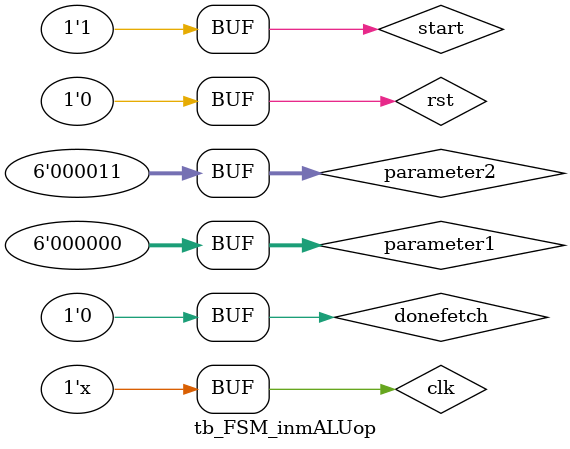
<source format=v>
`timescale 10ns/1ns
module tb_FSM_inmALUop;
    reg clk,rst,start,donefetch;
    reg [5:0] parameter1, parameter2;
    wire r0in,r1in,r2in,r3in,R0OutEn,R1OutEn,R2OutEn,R3OutEn,ALUinR1,ALUinR2,ALUoutEn,Regiout,Regiin,done,inmtobuff,inmtoalu;

    ALUinmediate moore_inmALUop(clk,rst,donefetch,start,parameter1,parameter2,r0in,r1in,r2in,r3in,R0OutEn,R1OutEn,R2OutEn,R3OutEn,ALUinR1,ALUinR2,ALUoutEn,Regiout,Regiin,done,inmtobuff,inmtoalu);

    initial begin 
              clk=0;
             start=0;
             donefetch=0;
             rst=0;
             #7 rst = 1;
             #7 rst=0;   
             #20 start = 1;
             parameter1=6'b000000;
             parameter2=6'b000011;
           end
    always #5 clk=~clk;
    
    
  
endmodule

</source>
